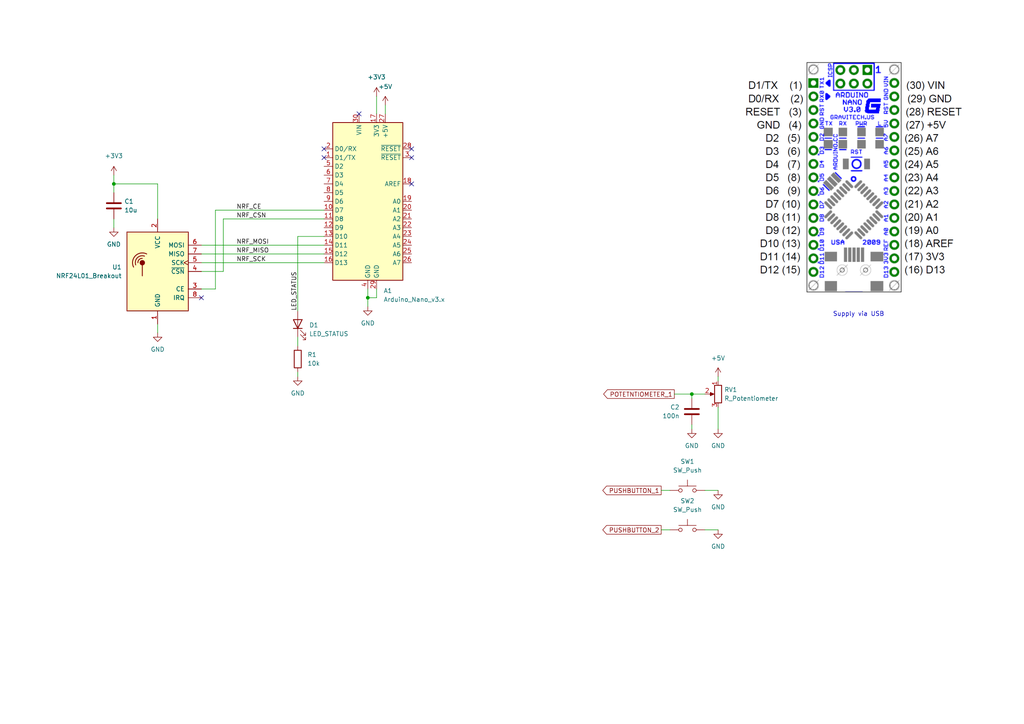
<source format=kicad_sch>
(kicad_sch (version 20211123) (generator eeschema)
  (paper "A4")
  (title_block (title "RC Transmitter") (date "2022-10-07") (rev "1") (company "www.redlabs.de") (comment 1 "Julian Schindler"))
  (lib_symbols
    (symbol "Device:C" (pin_numbers hide) (pin_names (offset 0.254))
      (property "Reference" "C" (at 0.635 2.54 0))
      (property "Value" "C" (at 0.635 -2.54 0))
      (symbol "C_0_1"
        (polyline (pts (xy -2.032 -0.762) (xy 2.032 -0.762)) (stroke (width 0.508)))
        (polyline (pts (xy -2.032 0.762) (xy 2.032 0.762)) (stroke (width 0.508)))
      )
      (symbol "C_1_1"
        (pin passive line (at 0 3.81 270) (length 2.794) (name "~") (number "1"))
        (pin passive line (at 0 -3.81 90) (length 2.794) (name "~") (number "2"))
      )
    )
    (symbol "Device:LED" (pin_numbers hide) (pin_names (offset 1.016) hide)
      (property "Reference" "D" (at 0 2.54 0))
      (property "Value" "LED" (at 0 -2.54 0))
      (symbol "LED_0_1"
        (polyline (pts (xy -1.27 -1.27) (xy -1.27 1.27)) (stroke (width 0.254)))
        (polyline (pts (xy -1.27 0) (xy 1.27 0)))
        (polyline (pts (xy 1.27 -1.27) (xy 1.27 1.27) (xy -1.27 0) (xy 1.27 -1.27)) (stroke (width 0.254)))
        (polyline (pts (xy -3.048 -0.762) (xy -4.572 -2.286) (xy -3.81 -2.286) (xy -4.572 -2.286) (xy -4.572 -1.524)))
        (polyline (pts (xy -1.778 -0.762) (xy -3.302 -2.286) (xy -2.54 -2.286) (xy -3.302 -2.286) (xy -3.302 -1.524)))
      )
      (symbol "LED_1_1"
        (pin passive line (at -3.81 0 0) (length 2.54) (name "K") (number "1"))
        (pin passive line (at 3.81 0 180) (length 2.54) (name "A") (number "2"))
      )
    )
    (symbol "Device:R" (pin_numbers hide) (pin_names (offset 0))
      (property "Reference" "R" (at 2.032 0 90))
      (property "Value" "R" (at 0 0 90))
      (symbol "R_0_1"
        (rectangle (start -1.016 -2.54) (end 1.016 2.54) (stroke (width 0.254)))
      )
      (symbol "R_1_1"
        (pin passive line (at 0 3.81 270) (length 1.27) (name "~") (number "1"))
        (pin passive line (at 0 -3.81 90) (length 1.27) (name "~") (number "2"))
      )
    )
    (symbol "Device:R_Potentiometer" (pin_names (offset 1.016) hide)
      (property "Reference" "RV" (at -4.445 0 90))
      (property "Value" "R_Potentiometer" (at -2.54 0 90))
      (symbol "R_Potentiometer_0_1"
        (polyline (pts (xy 2.54 0) (xy 1.524 0)))
        (polyline (pts (xy 1.143 0) (xy 2.286 0.508) (xy 2.286 -0.508) (xy 1.143 0)) (fill (type outline)))
        (rectangle (start 1.016 2.54) (end -1.016 -2.54) (stroke (width 0.254)))
      )
      (symbol "R_Potentiometer_1_1"
        (pin passive line (at 0 3.81 270) (length 1.27) (name "1") (number "1"))
        (pin passive line (at 3.81 0 180) (length 1.27) (name "2") (number "2"))
        (pin passive line (at 0 -3.81 90) (length 1.27) (name "3") (number "3"))
      )
    )
    (symbol "MCU_Module:Arduino_Nano_v3.x"
      (property "Reference" "A" (at -10.16 23.495 0))
      (property "Value" "Arduino_Nano_v3.x" (at 5.08 -24.13 0))
      (symbol "Arduino_Nano_v3.x_0_1"
        (rectangle (start -10.16 22.86) (end 10.16 -22.86) (stroke (width 0.254)) (fill (type background)))
      )
      (symbol "Arduino_Nano_v3.x_1_1"
        (pin bidirectional line (at -12.7 12.7 0) (length 2.54) (name "D1/TX") (number "1"))
        (pin bidirectional line (at -12.7 -2.54 0) (length 2.54) (name "D7") (number "10"))
        (pin bidirectional line (at -12.7 -5.08 0) (length 2.54) (name "D8") (number "11"))
        (pin bidirectional line (at -12.7 -7.62 0) (length 2.54) (name "D9") (number "12"))
        (pin bidirectional line (at -12.7 -10.16 0) (length 2.54) (name "D10") (number "13"))
        (pin bidirectional line (at -12.7 -12.7 0) (length 2.54) (name "D11") (number "14"))
        (pin bidirectional line (at -12.7 -15.24 0) (length 2.54) (name "D12") (number "15"))
        (pin bidirectional line (at -12.7 -17.78 0) (length 2.54) (name "D13") (number "16"))
        (pin power_out line (at 2.54 25.4 270) (length 2.54) (name "3V3") (number "17"))
        (pin input line (at 12.7 5.08 180) (length 2.54) (name "AREF") (number "18"))
        (pin bidirectional line (at 12.7 0 180) (length 2.54) (name "A0") (number "19"))
        (pin bidirectional line (at -12.7 15.24 0) (length 2.54) (name "D0/RX") (number "2"))
        (pin bidirectional line (at 12.7 -2.54 180) (length 2.54) (name "A1") (number "20"))
        (pin bidirectional line (at 12.7 -5.08 180) (length 2.54) (name "A2") (number "21"))
        (pin bidirectional line (at 12.7 -7.62 180) (length 2.54) (name "A3") (number "22"))
        (pin bidirectional line (at 12.7 -10.16 180) (length 2.54) (name "A4") (number "23"))
        (pin bidirectional line (at 12.7 -12.7 180) (length 2.54) (name "A5") (number "24"))
        (pin bidirectional line (at 12.7 -15.24 180) (length 2.54) (name "A6") (number "25"))
        (pin bidirectional line (at 12.7 -17.78 180) (length 2.54) (name "A7") (number "26"))
        (pin power_out line (at 5.08 25.4 270) (length 2.54) (name "+5V") (number "27"))
        (pin input line (at 12.7 15.24 180) (length 2.54) (name "~{RESET}") (number "28"))
        (pin power_in line (at 2.54 -25.4 90) (length 2.54) (name "GND") (number "29"))
        (pin input line (at 12.7 12.7 180) (length 2.54) (name "~{RESET}") (number "3"))
        (pin power_in line (at -2.54 25.4 270) (length 2.54) (name "VIN") (number "30"))
        (pin power_in line (at 0 -25.4 90) (length 2.54) (name "GND") (number "4"))
        (pin bidirectional line (at -12.7 10.16 0) (length 2.54) (name "D2") (number "5"))
        (pin bidirectional line (at -12.7 7.62 0) (length 2.54) (name "D3") (number "6"))
        (pin bidirectional line (at -12.7 5.08 0) (length 2.54) (name "D4") (number "7"))
        (pin bidirectional line (at -12.7 2.54 0) (length 2.54) (name "D5") (number "8"))
        (pin bidirectional line (at -12.7 0 0) (length 2.54) (name "D6") (number "9"))
      )
    )
    (symbol "RF:NRF24L01_Breakout" (pin_names (offset 1.016))
      (property "Reference" "U" (at -8.89 12.7 0))
      (property "Value" "NRF24L01_Breakout" (at 3.81 12.7 0))
      (symbol "NRF24L01_Breakout_0_1"
        (rectangle (start -8.89 11.43) (end 8.89 -11.43) (stroke (width 0.254)) (fill (type background)))
        (polyline (pts (xy 4.445 1.905) (xy 4.445 -1.27)) (stroke (width 0.254)))
        (circle (center 4.445 2.54) (radius 0.635) (stroke (width 0.254)) (fill (type outline)))
        (arc (start 5.715 2.54) (mid 5.3559 3.4509) (end 4.445 3.81) (stroke (width 0.254)))
        (arc (start 6.35 1.905) (mid 5.8833 3.9783) (end 3.81 4.445) (stroke (width 0.254)))
        (arc (start 6.985 1.27) (mid 6.453 4.548) (end 3.175 5.08) (stroke (width 0.254)))
      )
      (symbol "NRF24L01_Breakout_1_1"
        (pin power_in line (at 0 -15.24 90) (length 3.81) (name "GND") (number "1"))
        (pin power_in line (at 0 15.24 270) (length 3.81) (name "VCC") (number "2"))
        (pin input line (at -12.7 -5.08 0) (length 3.81) (name "CE") (number "3"))
        (pin input line (at -12.7 0 0) (length 3.81) (name "~{CSN}") (number "4"))
        (pin input clock (at -12.7 2.54 0) (length 3.81) (name "SCK") (number "5"))
        (pin input line (at -12.7 7.62 0) (length 3.81) (name "MOSI") (number "6"))
        (pin output line (at -12.7 5.08 0) (length 3.81) (name "MISO") (number "7"))
        (pin output line (at -12.7 -7.62 0) (length 3.81) (name "IRQ") (number "8"))
      )
    )
    (symbol "Switch:SW_Push" (pin_numbers hide) (pin_names (offset 1.016) hide)
      (property "Reference" "SW" (at 1.27 2.54 0))
      (property "Value" "SW_Push" (at 0 -1.524 0))
      (symbol "SW_Push_0_1"
        (circle (center -2.032 0) (radius 0.508))
        (polyline (pts (xy 0 1.27) (xy 0 3.048)))
        (polyline (pts (xy 2.54 1.27) (xy -2.54 1.27)))
        (circle (center 2.032 0) (radius 0.508))
        (pin passive line (at -5.08 0 0) (length 2.54) (name "1") (number "1"))
        (pin passive line (at 5.08 0 180) (length 2.54) (name "2") (number "2"))
      )
    )
    (symbol "power:+3.3V" (power) (pin_names (offset 0))
      (property "Value" "+3.3V" (at 0 3.556 0))
      (symbol "+3.3V_0_1"
        (polyline (pts (xy -0.762 1.27) (xy 0 2.54)))
        (polyline (pts (xy 0 0) (xy 0 2.54)))
        (polyline (pts (xy 0 2.54) (xy 0.762 1.27)))
      )
      (symbol "+3.3V_1_1"
        (pin power_in line (at 0 0 90) (length 0) hide (name "+3V3") (number "1"))
      )
    )
    (symbol "power:+5V" (power) (pin_names (offset 0))
      (property "Value" "+5V" (at 0 3.556 0))
      (symbol "+5V_0_1"
        (polyline (pts (xy -0.762 1.27) (xy 0 2.54)))
        (polyline (pts (xy 0 0) (xy 0 2.54)))
        (polyline (pts (xy 0 2.54) (xy 0.762 1.27)))
      )
      (symbol "+5V_1_1"
        (pin power_in line (at 0 0 90) (length 0) hide (name "+5V") (number "1"))
      )
    )
    (symbol "power:GND" (power) (pin_names (offset 0))
      (property "Value" "GND" (at 0 -3.81 0))
      (symbol "GND_0_1"
        (polyline (pts (xy 0 0) (xy 0 -1.27) (xy 1.27 -1.27) (xy 0 -2.54) (xy -1.27 -1.27) (xy 0 -1.27)))
      )
      (symbol "GND_1_1"
        (pin power_in line (at 0 0 270) (length 0) hide (name "GND") (number "1"))
      )
    )
  )
  (junction (at 33.02 53.34))
  (junction (at 200.66 114.3))
  (junction (at 106.68 86.36))
  (no_connect (at 104.14 33.02))
  (no_connect (at 93.98 43.18))
  (no_connect (at 119.38 43.18))
  (no_connect (at 93.98 45.72))
  (no_connect (at 119.38 45.72))
  (no_connect (at 58.42 86.36))
  (no_connect (at 119.38 53.34))
  (wire (pts (xy 33.02 63.5) (xy 33.02 66.04)))
  (wire (pts (xy 58.42 83.82) (xy 62.484 83.82)))
  (wire (pts (xy 58.42 73.66) (xy 93.98 73.66)))
  (wire (pts (xy 111.76 30.48) (xy 111.76 33.02)))
  (wire (pts (xy 109.22 86.36) (xy 106.68 86.36)))
  (wire (pts (xy 200.66 123.19) (xy 200.66 124.46)))
  (wire (pts (xy 208.28 109.22) (xy 208.28 110.49)))
  (wire (pts (xy 106.68 83.82) (xy 106.68 86.36)))
  (wire (pts (xy 58.42 76.2) (xy 93.98 76.2)))
  (wire (pts (xy 45.72 93.98) (xy 45.72 96.52)))
  (wire (pts (xy 45.72 53.34) (xy 33.02 53.34)))
  (wire (pts (xy 109.22 83.82) (xy 109.22 86.36)))
  (wire (pts (xy 64.77 78.74) (xy 64.77 63.5)))
  (wire (pts (xy 86.36 97.79) (xy 86.36 100.33)))
  (wire (pts (xy 86.36 107.95) (xy 86.36 109.22)))
  (wire (pts (xy 58.42 71.12) (xy 93.98 71.12)))
  (wire (pts (xy 33.02 53.34) (xy 33.02 55.88)))
  (wire (pts (xy 86.36 68.58) (xy 93.98 68.58)))
  (wire (pts (xy 191.77 153.67) (xy 194.31 153.67)))
  (wire (pts (xy 64.77 63.5) (xy 93.98 63.5)))
  (wire (pts (xy 45.72 63.5) (xy 45.72 53.34)))
  (wire (pts (xy 58.42 78.74) (xy 64.77 78.74)))
  (wire (pts (xy 200.66 114.3) (xy 204.47 114.3)))
  (wire (pts (xy 62.484 83.82) (xy 62.484 60.96)))
  (wire (pts (xy 200.66 114.3) (xy 200.66 115.57)))
  (wire (pts (xy 195.58 114.3) (xy 200.66 114.3)))
  (wire (pts (xy 106.68 86.36) (xy 106.68 88.9)))
  (wire (pts (xy 33.02 50.8) (xy 33.02 53.34)))
  (wire (pts (xy 208.28 118.11) (xy 208.28 124.46)))
  (wire (pts (xy 204.47 153.67) (xy 208.28 153.67)))
  (wire (pts (xy 204.47 142.24) (xy 208.28 142.24)))
  (wire (pts (xy 86.36 68.58) (xy 86.36 90.17)))
  (wire (pts (xy 62.484 60.96) (xy 93.98 60.96)))
  (wire (pts (xy 191.77 142.24) (xy 194.31 142.24)))
  (wire (pts (xy 109.22 27.94) (xy 109.22 33.02)))
  (image (at 247.904 51.308))
  (text "Supply via USB" (at 241.554 91.948 0) (effects (font (size 1.27 1.27)) (justify left bottom)))
  (label "NRF_SCK" (at 68.58 76.2 0))
  (label "NRF_CSN" (at 68.58 63.5 0))
  (label "NRF_MISO" (at 68.58 73.66 0))
  (label "LED_STATUS" (at 86.36 78.74 270))
  (label "NRF_MOSI" (at 68.58 71.12 0))
  (label "NRF_CE" (at 68.58 60.96 0))
  (global_label "PUSHBUTTON_1" (shape output) (at 191.77 142.24 180) (property "Intersheet References" "${INTERSHEET_REFS}" (effects hide)))
  (global_label "POTETNTIOMETER_1" (shape output) (at 195.58 114.3 180) (property "Intersheet References" "${INTERSHEET_REFS}" (effects hide)))
  (global_label "PUSHBUTTON_2" (shape output) (at 191.77 153.67 180) (property "Intersheet References" "${INTERSHEET_REFS}" (effects hide)))
  (symbol (lib_id "RF:NRF24L01_Breakout") (at 45.72 78.74 0) (mirror y) (unit 1)
    (property "Reference" "U1" (at 35.306 77.4699 0) (effects (justify left)))
    (property "Value" "NRF24L01_Breakout" (at 35.306 80.0099 0) (effects (justify left)))
    (property "Footprint" "RF_Module:nRF24L01_Breakout" (effects hide))
    (property "Datasheet" "http://www.nordicsemi.com/eng/content/download/2730/34105/file/nRF24L01_Product_Specification_v2_0.pdf" (effects hide))
  )
  (symbol (lib_id "Device:C") (at 33.02 59.69 0) (unit 1)
    (property "Reference" "C1" (at 36.068 58.4199 0) (effects (justify left)))
    (property "Value" "10u" (at 36.068 60.9599 0) (effects (justify left)))
  )
  (symbol (lib_id "power:GND") (at 45.72 96.52 0) (unit 1)
    (property "Reference" "#PWR?" (effects hide))
    (property "Value" "GND" (at 45.72 101.346 0))
  )
  (symbol (lib_id "Device:R_Potentiometer") (at 208.28 114.3 0) (mirror y) (unit 1)
    (property "Reference" "RV1" (at 210.058 113.0299 0) (effects (justify right)))
    (property "Value" "R_Potentiometer" (at 210.058 115.5699 0) (effects (justify right)))
  )
  (symbol (lib_id "power:GND") (at 208.28 153.67 0) (unit 1)
    (property "Reference" "#PWR013" (effects hide))
    (property "Value" "GND" (at 208.28 158.496 0))
  )
  (symbol (lib_id "Device:LED") (at 86.36 93.98 90) (unit 1)
    (property "Reference" "D1" (at 89.662 94.2974 90) (effects (justify right)))
    (property "Value" "LED_STATUS" (at 89.662 96.8374 90) (effects (justify right)))
  )
  (symbol (lib_id "power:+5V") (at 111.76 30.48 0) (unit 1)
    (property "Reference" "#PWR08" (effects hide))
    (property "Value" "+5V" (at 111.76 25.146 0))
  )
  (symbol (lib_id "power:+3.3V") (at 33.02 50.8 0) (mirror y) (unit 1)
    (property "Reference" "#PWR01" (effects hide))
    (property "Value" "+3.3V" (at 33.02 45.212 0))
  )
  (symbol (lib_id "power:+5V") (at 208.28 109.22 0) (mirror y) (unit 1)
    (property "Reference" "#PWR010" (effects hide))
    (property "Value" "+5V" (at 208.28 103.886 0))
  )
  (symbol (lib_id "Switch:SW_Push") (at 199.39 153.67 0) (unit 1)
    (property "Reference" "SW2" (at 199.39 145.288 0))
    (property "Value" "SW_Push" (at 199.39 147.828 0))
  )
  (symbol (lib_id "Device:R") (at 86.36 104.14 180) (unit 1)
    (property "Reference" "R1" (at 89.154 102.8699 0) (effects (justify right)))
    (property "Value" "10k" (at 89.154 105.4099 0) (effects (justify right)))
  )
  (symbol (lib_id "Switch:SW_Push") (at 199.39 142.24 0) (unit 1)
    (property "Reference" "SW1" (at 199.39 133.858 0))
    (property "Value" "SW_Push" (at 199.39 136.398 0))
  )
  (symbol (lib_id "power:+3.3V") (at 109.22 27.94 0) (unit 1)
    (property "Reference" "#PWR06" (effects hide))
    (property "Value" "+3.3V" (at 109.22 22.352 0))
  )
  (symbol (lib_id "power:GND") (at 106.68 88.9 0) (unit 1)
    (property "Reference" "#PWR05" (effects hide))
    (property "Value" "GND" (at 106.68 93.726 0))
  )
  (symbol (lib_id "MCU_Module:Arduino_Nano_v3.x") (at 106.68 58.42 0) (unit 1)
    (property "Reference" "A1" (at 111.2394 84.328 0) (effects (justify left)))
    (property "Value" "Arduino_Nano_v3.x" (at 111.2394 86.868 0) (effects (justify left)))
    (property "Footprint" "Module:Arduino_Nano" (effects hide))
    (property "Datasheet" "http://www.mouser.com/pdfdocs/Gravitech_Arduino_Nano3_0.pdf" (effects hide))
  )
  (symbol (lib_id "power:GND") (at 200.66 124.46 0) (mirror y) (unit 1)
    (property "Reference" "#PWR09" (effects hide))
    (property "Value" "GND" (at 200.66 129.286 0))
  )
  (symbol (lib_id "power:GND") (at 33.02 66.04 0) (mirror y) (unit 1)
    (property "Reference" "#PWR02" (effects hide))
    (property "Value" "GND" (at 33.02 70.866 0))
  )
  (symbol (lib_id "power:GND") (at 86.36 109.22 0) (unit 1)
    (property "Reference" "#PWR04" (effects hide))
    (property "Value" "GND" (at 86.36 114.046 0))
  )
  (symbol (lib_id "power:GND") (at 208.28 142.24 0) (unit 1)
    (property "Reference" "#PWR012" (effects hide))
    (property "Value" "GND" (at 208.28 147.066 0))
  )
  (symbol (lib_id "Device:C") (at 200.66 119.38 0) (mirror y) (unit 1)
    (property "Reference" "C2" (at 197.104 118.1099 0) (effects (justify left)))
    (property "Value" "100n" (at 197.104 120.6499 0) (effects (justify left)))
  )
  (symbol (lib_id "power:GND") (at 208.28 124.46 0) (mirror y) (unit 1)
    (property "Reference" "#PWR011" (effects hide))
    (property "Value" "GND" (at 208.28 129.286 0))
  )
)
</source>
